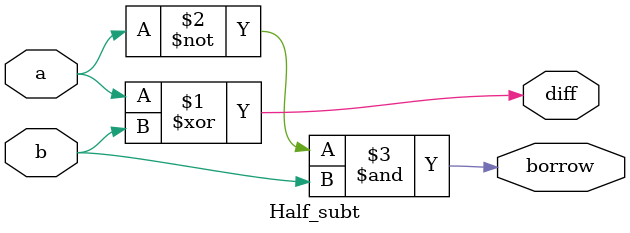
<source format=v>
`timescale 1ns / 1ps


module Half_subt(
input a, b,          
    output diff, borrow  
    );
    assign diff = a ^ b;      
    assign borrow = (~a) & b;  
endmodule

</source>
